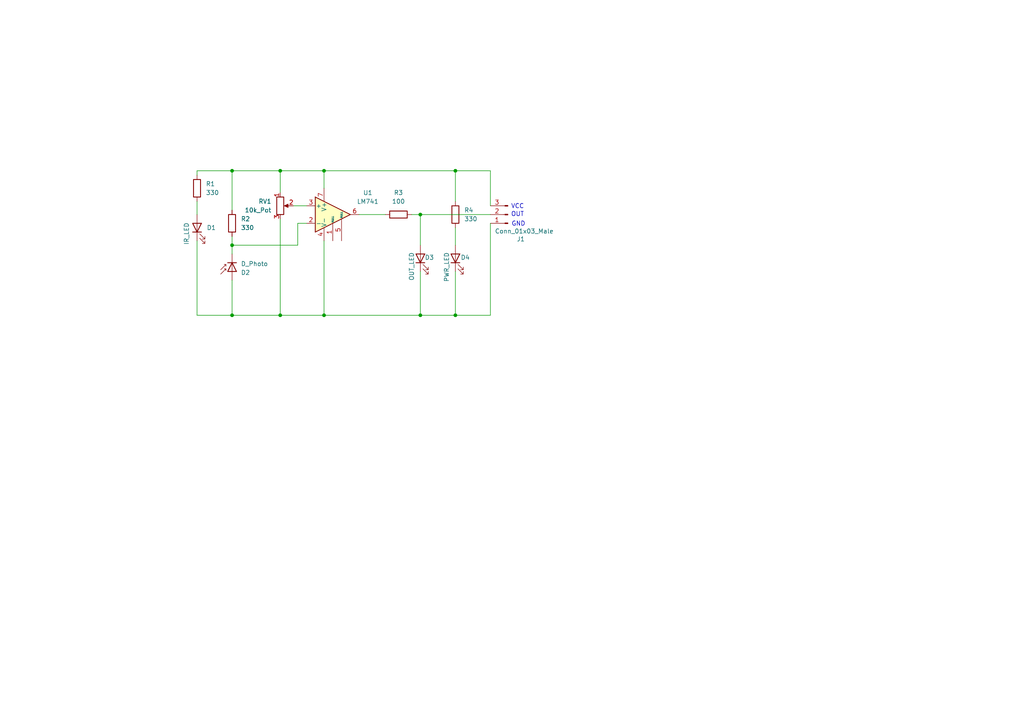
<source format=kicad_sch>
(kicad_sch
	(version 20231120)
	(generator "eeschema")
	(generator_version "8.0")
	(uuid "193ffe2d-9588-4110-9350-b043d878ebd3")
	(paper "A4")
	(lib_symbols
		(symbol "Amplifier_Operational:LM741"
			(pin_names
				(offset 0.127)
			)
			(exclude_from_sim no)
			(in_bom yes)
			(on_board yes)
			(property "Reference" "U"
				(at 0 6.35 0)
				(effects
					(font
						(size 1.27 1.27)
					)
					(justify left)
				)
			)
			(property "Value" "LM741"
				(at 0 3.81 0)
				(effects
					(font
						(size 1.27 1.27)
					)
					(justify left)
				)
			)
			(property "Footprint" ""
				(at 1.27 1.27 0)
				(effects
					(font
						(size 1.27 1.27)
					)
					(hide yes)
				)
			)
			(property "Datasheet" "http://www.ti.com/lit/ds/symlink/lm741.pdf"
				(at 3.81 3.81 0)
				(effects
					(font
						(size 1.27 1.27)
					)
					(hide yes)
				)
			)
			(property "Description" "Operational Amplifier, DIP-8/TO-99-8"
				(at 0 0 0)
				(effects
					(font
						(size 1.27 1.27)
					)
					(hide yes)
				)
			)
			(property "ki_keywords" "single opamp"
				(at 0 0 0)
				(effects
					(font
						(size 1.27 1.27)
					)
					(hide yes)
				)
			)
			(property "ki_fp_filters" "SOIC*3.9x4.9mm*P1.27mm* DIP*W7.62mm* TSSOP*3x3mm*P0.65mm*"
				(at 0 0 0)
				(effects
					(font
						(size 1.27 1.27)
					)
					(hide yes)
				)
			)
			(symbol "LM741_0_1"
				(polyline
					(pts
						(xy -5.08 5.08) (xy 5.08 0) (xy -5.08 -5.08) (xy -5.08 5.08)
					)
					(stroke
						(width 0.254)
						(type default)
					)
					(fill
						(type background)
					)
				)
			)
			(symbol "LM741_1_1"
				(pin input line
					(at 0 -7.62 90)
					(length 5.08)
					(name "NULL"
						(effects
							(font
								(size 0.508 0.508)
							)
						)
					)
					(number "1"
						(effects
							(font
								(size 1.27 1.27)
							)
						)
					)
				)
				(pin input line
					(at -7.62 -2.54 0)
					(length 2.54)
					(name "-"
						(effects
							(font
								(size 1.27 1.27)
							)
						)
					)
					(number "2"
						(effects
							(font
								(size 1.27 1.27)
							)
						)
					)
				)
				(pin input line
					(at -7.62 2.54 0)
					(length 2.54)
					(name "+"
						(effects
							(font
								(size 1.27 1.27)
							)
						)
					)
					(number "3"
						(effects
							(font
								(size 1.27 1.27)
							)
						)
					)
				)
				(pin power_in line
					(at -2.54 -7.62 90)
					(length 3.81)
					(name "V-"
						(effects
							(font
								(size 1.27 1.27)
							)
						)
					)
					(number "4"
						(effects
							(font
								(size 1.27 1.27)
							)
						)
					)
				)
				(pin input line
					(at 2.54 -7.62 90)
					(length 6.35)
					(name "NULL"
						(effects
							(font
								(size 0.508 0.508)
							)
						)
					)
					(number "5"
						(effects
							(font
								(size 1.27 1.27)
							)
						)
					)
				)
				(pin output line
					(at 7.62 0 180)
					(length 2.54)
					(name "~"
						(effects
							(font
								(size 1.27 1.27)
							)
						)
					)
					(number "6"
						(effects
							(font
								(size 1.27 1.27)
							)
						)
					)
				)
				(pin power_in line
					(at -2.54 7.62 270)
					(length 3.81)
					(name "V+"
						(effects
							(font
								(size 1.27 1.27)
							)
						)
					)
					(number "7"
						(effects
							(font
								(size 1.27 1.27)
							)
						)
					)
				)
				(pin no_connect line
					(at 0 2.54 270)
					(length 2.54) hide
					(name "NC"
						(effects
							(font
								(size 1.27 1.27)
							)
						)
					)
					(number "8"
						(effects
							(font
								(size 1.27 1.27)
							)
						)
					)
				)
			)
		)
		(symbol "Connector1:Conn_01x03_Pin"
			(pin_names
				(offset 1.016) hide)
			(exclude_from_sim no)
			(in_bom yes)
			(on_board yes)
			(property "Reference" "J"
				(at 0 5.08 0)
				(effects
					(font
						(size 1.27 1.27)
					)
				)
			)
			(property "Value" "Conn_01x03_Pin"
				(at 0 -5.08 0)
				(effects
					(font
						(size 1.27 1.27)
					)
				)
			)
			(property "Footprint" ""
				(at 0 0 0)
				(effects
					(font
						(size 1.27 1.27)
					)
					(hide yes)
				)
			)
			(property "Datasheet" "~"
				(at 0 0 0)
				(effects
					(font
						(size 1.27 1.27)
					)
					(hide yes)
				)
			)
			(property "Description" "Generic connector, single row, 01x03, script generated"
				(at 0 0 0)
				(effects
					(font
						(size 1.27 1.27)
					)
					(hide yes)
				)
			)
			(property "ki_locked" ""
				(at 0 0 0)
				(effects
					(font
						(size 1.27 1.27)
					)
				)
			)
			(property "ki_keywords" "connector"
				(at 0 0 0)
				(effects
					(font
						(size 1.27 1.27)
					)
					(hide yes)
				)
			)
			(property "ki_fp_filters" "Connector*:*_1x??_*"
				(at 0 0 0)
				(effects
					(font
						(size 1.27 1.27)
					)
					(hide yes)
				)
			)
			(symbol "Conn_01x03_Pin_1_1"
				(polyline
					(pts
						(xy 1.27 -2.54) (xy 0.8636 -2.54)
					)
					(stroke
						(width 0.1524)
						(type default)
					)
					(fill
						(type none)
					)
				)
				(polyline
					(pts
						(xy 1.27 0) (xy 0.8636 0)
					)
					(stroke
						(width 0.1524)
						(type default)
					)
					(fill
						(type none)
					)
				)
				(polyline
					(pts
						(xy 1.27 2.54) (xy 0.8636 2.54)
					)
					(stroke
						(width 0.1524)
						(type default)
					)
					(fill
						(type none)
					)
				)
				(rectangle
					(start 0.8636 -2.413)
					(end 0 -2.667)
					(stroke
						(width 0.1524)
						(type default)
					)
					(fill
						(type outline)
					)
				)
				(rectangle
					(start 0.8636 0.127)
					(end 0 -0.127)
					(stroke
						(width 0.1524)
						(type default)
					)
					(fill
						(type outline)
					)
				)
				(rectangle
					(start 0.8636 2.667)
					(end 0 2.413)
					(stroke
						(width 0.1524)
						(type default)
					)
					(fill
						(type outline)
					)
				)
				(pin passive line
					(at 5.08 2.54 180)
					(length 3.81)
					(name "Pin_1"
						(effects
							(font
								(size 1.27 1.27)
							)
						)
					)
					(number "1"
						(effects
							(font
								(size 1.27 1.27)
							)
						)
					)
				)
				(pin passive line
					(at 5.08 0 180)
					(length 3.81)
					(name "Pin_2"
						(effects
							(font
								(size 1.27 1.27)
							)
						)
					)
					(number "2"
						(effects
							(font
								(size 1.27 1.27)
							)
						)
					)
				)
				(pin passive line
					(at 5.08 -2.54 180)
					(length 3.81)
					(name "Pin_3"
						(effects
							(font
								(size 1.27 1.27)
							)
						)
					)
					(number "3"
						(effects
							(font
								(size 1.27 1.27)
							)
						)
					)
				)
			)
		)
		(symbol "Device:D_Photo"
			(pin_numbers hide)
			(pin_names hide)
			(exclude_from_sim no)
			(in_bom yes)
			(on_board yes)
			(property "Reference" "D"
				(at 0.508 1.778 0)
				(effects
					(font
						(size 1.27 1.27)
					)
					(justify left)
				)
			)
			(property "Value" "D_Photo"
				(at -1.016 -2.794 0)
				(effects
					(font
						(size 1.27 1.27)
					)
				)
			)
			(property "Footprint" ""
				(at -1.27 0 0)
				(effects
					(font
						(size 1.27 1.27)
					)
					(hide yes)
				)
			)
			(property "Datasheet" "~"
				(at -1.27 0 0)
				(effects
					(font
						(size 1.27 1.27)
					)
					(hide yes)
				)
			)
			(property "Description" "Photodiode"
				(at 0 0 0)
				(effects
					(font
						(size 1.27 1.27)
					)
					(hide yes)
				)
			)
			(property "ki_keywords" "photodiode diode opto"
				(at 0 0 0)
				(effects
					(font
						(size 1.27 1.27)
					)
					(hide yes)
				)
			)
			(symbol "D_Photo_0_1"
				(polyline
					(pts
						(xy -2.54 1.27) (xy -2.54 -1.27)
					)
					(stroke
						(width 0.254)
						(type default)
					)
					(fill
						(type none)
					)
				)
				(polyline
					(pts
						(xy -2.032 1.778) (xy -1.524 1.778)
					)
					(stroke
						(width 0)
						(type default)
					)
					(fill
						(type none)
					)
				)
				(polyline
					(pts
						(xy 0 0) (xy -2.54 0)
					)
					(stroke
						(width 0)
						(type default)
					)
					(fill
						(type none)
					)
				)
				(polyline
					(pts
						(xy -0.508 3.302) (xy -2.032 1.778) (xy -2.032 2.286)
					)
					(stroke
						(width 0)
						(type default)
					)
					(fill
						(type none)
					)
				)
				(polyline
					(pts
						(xy 0 -1.27) (xy 0 1.27) (xy -2.54 0) (xy 0 -1.27)
					)
					(stroke
						(width 0.254)
						(type default)
					)
					(fill
						(type none)
					)
				)
				(polyline
					(pts
						(xy 0.762 3.302) (xy -0.762 1.778) (xy -0.762 2.286) (xy -0.762 1.778) (xy -0.254 1.778)
					)
					(stroke
						(width 0)
						(type default)
					)
					(fill
						(type none)
					)
				)
			)
			(symbol "D_Photo_1_1"
				(pin passive line
					(at -5.08 0 0)
					(length 2.54)
					(name "K"
						(effects
							(font
								(size 1.27 1.27)
							)
						)
					)
					(number "1"
						(effects
							(font
								(size 1.27 1.27)
							)
						)
					)
				)
				(pin passive line
					(at 2.54 0 180)
					(length 2.54)
					(name "A"
						(effects
							(font
								(size 1.27 1.27)
							)
						)
					)
					(number "2"
						(effects
							(font
								(size 1.27 1.27)
							)
						)
					)
				)
			)
		)
		(symbol "Device:LED"
			(pin_numbers hide)
			(pin_names
				(offset 1.016) hide)
			(exclude_from_sim no)
			(in_bom yes)
			(on_board yes)
			(property "Reference" "D"
				(at 0 2.54 0)
				(effects
					(font
						(size 1.27 1.27)
					)
				)
			)
			(property "Value" "LED"
				(at 0 -2.54 0)
				(effects
					(font
						(size 1.27 1.27)
					)
				)
			)
			(property "Footprint" ""
				(at 0 0 0)
				(effects
					(font
						(size 1.27 1.27)
					)
					(hide yes)
				)
			)
			(property "Datasheet" "~"
				(at 0 0 0)
				(effects
					(font
						(size 1.27 1.27)
					)
					(hide yes)
				)
			)
			(property "Description" "Light emitting diode"
				(at 0 0 0)
				(effects
					(font
						(size 1.27 1.27)
					)
					(hide yes)
				)
			)
			(property "ki_keywords" "LED diode"
				(at 0 0 0)
				(effects
					(font
						(size 1.27 1.27)
					)
					(hide yes)
				)
			)
			(property "ki_fp_filters" "LED* LED_SMD:* LED_THT:*"
				(at 0 0 0)
				(effects
					(font
						(size 1.27 1.27)
					)
					(hide yes)
				)
			)
			(symbol "LED_0_1"
				(polyline
					(pts
						(xy -1.27 -1.27) (xy -1.27 1.27)
					)
					(stroke
						(width 0.254)
						(type default)
					)
					(fill
						(type none)
					)
				)
				(polyline
					(pts
						(xy -1.27 0) (xy 1.27 0)
					)
					(stroke
						(width 0)
						(type default)
					)
					(fill
						(type none)
					)
				)
				(polyline
					(pts
						(xy 1.27 -1.27) (xy 1.27 1.27) (xy -1.27 0) (xy 1.27 -1.27)
					)
					(stroke
						(width 0.254)
						(type default)
					)
					(fill
						(type none)
					)
				)
				(polyline
					(pts
						(xy -3.048 -0.762) (xy -4.572 -2.286) (xy -3.81 -2.286) (xy -4.572 -2.286) (xy -4.572 -1.524)
					)
					(stroke
						(width 0)
						(type default)
					)
					(fill
						(type none)
					)
				)
				(polyline
					(pts
						(xy -1.778 -0.762) (xy -3.302 -2.286) (xy -2.54 -2.286) (xy -3.302 -2.286) (xy -3.302 -1.524)
					)
					(stroke
						(width 0)
						(type default)
					)
					(fill
						(type none)
					)
				)
			)
			(symbol "LED_1_1"
				(pin passive line
					(at -3.81 0 0)
					(length 2.54)
					(name "K"
						(effects
							(font
								(size 1.27 1.27)
							)
						)
					)
					(number "1"
						(effects
							(font
								(size 1.27 1.27)
							)
						)
					)
				)
				(pin passive line
					(at 3.81 0 180)
					(length 2.54)
					(name "A"
						(effects
							(font
								(size 1.27 1.27)
							)
						)
					)
					(number "2"
						(effects
							(font
								(size 1.27 1.27)
							)
						)
					)
				)
			)
		)
		(symbol "Device:R"
			(pin_numbers hide)
			(pin_names
				(offset 0)
			)
			(exclude_from_sim no)
			(in_bom yes)
			(on_board yes)
			(property "Reference" "R"
				(at 2.032 0 90)
				(effects
					(font
						(size 1.27 1.27)
					)
				)
			)
			(property "Value" "R"
				(at 0 0 90)
				(effects
					(font
						(size 1.27 1.27)
					)
				)
			)
			(property "Footprint" ""
				(at -1.778 0 90)
				(effects
					(font
						(size 1.27 1.27)
					)
					(hide yes)
				)
			)
			(property "Datasheet" "~"
				(at 0 0 0)
				(effects
					(font
						(size 1.27 1.27)
					)
					(hide yes)
				)
			)
			(property "Description" "Resistor"
				(at 0 0 0)
				(effects
					(font
						(size 1.27 1.27)
					)
					(hide yes)
				)
			)
			(property "ki_keywords" "R res resistor"
				(at 0 0 0)
				(effects
					(font
						(size 1.27 1.27)
					)
					(hide yes)
				)
			)
			(property "ki_fp_filters" "R_*"
				(at 0 0 0)
				(effects
					(font
						(size 1.27 1.27)
					)
					(hide yes)
				)
			)
			(symbol "R_0_1"
				(rectangle
					(start -1.016 -2.54)
					(end 1.016 2.54)
					(stroke
						(width 0.254)
						(type default)
					)
					(fill
						(type none)
					)
				)
			)
			(symbol "R_1_1"
				(pin passive line
					(at 0 3.81 270)
					(length 1.27)
					(name "~"
						(effects
							(font
								(size 1.27 1.27)
							)
						)
					)
					(number "1"
						(effects
							(font
								(size 1.27 1.27)
							)
						)
					)
				)
				(pin passive line
					(at 0 -3.81 90)
					(length 1.27)
					(name "~"
						(effects
							(font
								(size 1.27 1.27)
							)
						)
					)
					(number "2"
						(effects
							(font
								(size 1.27 1.27)
							)
						)
					)
				)
			)
		)
		(symbol "Device:R_Potentiometer"
			(pin_names
				(offset 1.016) hide)
			(exclude_from_sim no)
			(in_bom yes)
			(on_board yes)
			(property "Reference" "RV"
				(at -4.445 0 90)
				(effects
					(font
						(size 1.27 1.27)
					)
				)
			)
			(property "Value" "R_Potentiometer"
				(at -2.54 0 90)
				(effects
					(font
						(size 1.27 1.27)
					)
				)
			)
			(property "Footprint" ""
				(at 0 0 0)
				(effects
					(font
						(size 1.27 1.27)
					)
					(hide yes)
				)
			)
			(property "Datasheet" "~"
				(at 0 0 0)
				(effects
					(font
						(size 1.27 1.27)
					)
					(hide yes)
				)
			)
			(property "Description" "Potentiometer"
				(at 0 0 0)
				(effects
					(font
						(size 1.27 1.27)
					)
					(hide yes)
				)
			)
			(property "ki_keywords" "resistor variable"
				(at 0 0 0)
				(effects
					(font
						(size 1.27 1.27)
					)
					(hide yes)
				)
			)
			(property "ki_fp_filters" "Potentiometer*"
				(at 0 0 0)
				(effects
					(font
						(size 1.27 1.27)
					)
					(hide yes)
				)
			)
			(symbol "R_Potentiometer_0_1"
				(polyline
					(pts
						(xy 2.54 0) (xy 1.524 0)
					)
					(stroke
						(width 0)
						(type default)
					)
					(fill
						(type none)
					)
				)
				(polyline
					(pts
						(xy 1.143 0) (xy 2.286 0.508) (xy 2.286 -0.508) (xy 1.143 0)
					)
					(stroke
						(width 0)
						(type default)
					)
					(fill
						(type outline)
					)
				)
				(rectangle
					(start 1.016 2.54)
					(end -1.016 -2.54)
					(stroke
						(width 0.254)
						(type default)
					)
					(fill
						(type none)
					)
				)
			)
			(symbol "R_Potentiometer_1_1"
				(pin passive line
					(at 0 3.81 270)
					(length 1.27)
					(name "1"
						(effects
							(font
								(size 1.27 1.27)
							)
						)
					)
					(number "1"
						(effects
							(font
								(size 1.27 1.27)
							)
						)
					)
				)
				(pin passive line
					(at 3.81 0 180)
					(length 1.27)
					(name "2"
						(effects
							(font
								(size 1.27 1.27)
							)
						)
					)
					(number "2"
						(effects
							(font
								(size 1.27 1.27)
							)
						)
					)
				)
				(pin passive line
					(at 0 -3.81 90)
					(length 1.27)
					(name "3"
						(effects
							(font
								(size 1.27 1.27)
							)
						)
					)
					(number "3"
						(effects
							(font
								(size 1.27 1.27)
							)
						)
					)
				)
			)
		)
	)
	(junction
		(at 93.98 91.44)
		(diameter 0)
		(color 0 0 0 0)
		(uuid "1154a6c6-e2b9-435c-80da-cf0e1737198b")
	)
	(junction
		(at 132.08 49.53)
		(diameter 0)
		(color 0 0 0 0)
		(uuid "1e9effea-ba22-485f-bcfe-66b608295a5b")
	)
	(junction
		(at 121.92 91.44)
		(diameter 0)
		(color 0 0 0 0)
		(uuid "23dfc9d2-aa8c-48a4-a0a4-eb1664b38e1d")
	)
	(junction
		(at 67.31 91.44)
		(diameter 0)
		(color 0 0 0 0)
		(uuid "2aacfa4a-1cb6-4de3-90a5-c0b243e72a5a")
	)
	(junction
		(at 121.92 62.23)
		(diameter 0)
		(color 0 0 0 0)
		(uuid "507104d4-f368-4907-b022-c59a943bac58")
	)
	(junction
		(at 67.31 71.12)
		(diameter 0)
		(color 0 0 0 0)
		(uuid "7d0374c1-1f93-456a-b719-8c0842572dbf")
	)
	(junction
		(at 132.08 91.44)
		(diameter 0)
		(color 0 0 0 0)
		(uuid "8fa255b2-5de3-4710-a9c5-1c4a1a4a9854")
	)
	(junction
		(at 81.28 49.53)
		(diameter 0)
		(color 0 0 0 0)
		(uuid "90373b51-577d-464c-99ce-75ff46ca0f13")
	)
	(junction
		(at 67.31 49.53)
		(diameter 0)
		(color 0 0 0 0)
		(uuid "a39df473-bbb0-42de-b236-31f316777149")
	)
	(junction
		(at 93.98 49.53)
		(diameter 0)
		(color 0 0 0 0)
		(uuid "d2a9a06e-9185-470c-8f4f-8d9c2e6dc6ac")
	)
	(junction
		(at 81.28 91.44)
		(diameter 0)
		(color 0 0 0 0)
		(uuid "f41d0bd3-13ef-4ac3-98c5-bc91377eb6d4")
	)
	(wire
		(pts
			(xy 93.98 91.44) (xy 121.92 91.44)
		)
		(stroke
			(width 0)
			(type default)
		)
		(uuid "03f7444e-e3dd-45c8-9a77-ea0c82db8936")
	)
	(wire
		(pts
			(xy 81.28 49.53) (xy 81.28 55.88)
		)
		(stroke
			(width 0)
			(type default)
		)
		(uuid "0df84507-9458-4dc9-a4ec-c9ac5f179439")
	)
	(wire
		(pts
			(xy 67.31 68.58) (xy 67.31 71.12)
		)
		(stroke
			(width 0)
			(type default)
		)
		(uuid "10728cf1-2148-4cb4-abb8-541c672674b9")
	)
	(wire
		(pts
			(xy 121.92 91.44) (xy 132.08 91.44)
		)
		(stroke
			(width 0)
			(type default)
		)
		(uuid "1a987993-3812-4ede-98ff-e6d0243200eb")
	)
	(wire
		(pts
			(xy 104.14 62.23) (xy 111.76 62.23)
		)
		(stroke
			(width 0)
			(type default)
		)
		(uuid "20d3c090-c0a3-4609-9d10-419f418c4cec")
	)
	(wire
		(pts
			(xy 57.15 49.53) (xy 67.31 49.53)
		)
		(stroke
			(width 0)
			(type default)
		)
		(uuid "35f21bcf-d17c-4a65-a5ad-ca29bca69224")
	)
	(wire
		(pts
			(xy 132.08 49.53) (xy 142.24 49.53)
		)
		(stroke
			(width 0)
			(type default)
		)
		(uuid "3a1f8ac4-e0b8-4613-beff-bab5df65e7c2")
	)
	(wire
		(pts
			(xy 93.98 49.53) (xy 93.98 54.61)
		)
		(stroke
			(width 0)
			(type default)
		)
		(uuid "41f7e879-52c1-4e91-9f1a-e044034cefde")
	)
	(wire
		(pts
			(xy 132.08 91.44) (xy 142.24 91.44)
		)
		(stroke
			(width 0)
			(type default)
		)
		(uuid "455eb402-e569-40cc-bb17-d80a28c46837")
	)
	(wire
		(pts
			(xy 86.36 64.77) (xy 86.36 71.12)
		)
		(stroke
			(width 0)
			(type default)
		)
		(uuid "45c9941e-3ea0-424a-8b29-b12338ce8d06")
	)
	(wire
		(pts
			(xy 132.08 49.53) (xy 132.08 58.42)
		)
		(stroke
			(width 0)
			(type default)
		)
		(uuid "560b2c28-fe0b-4a8b-b147-c969941dea17")
	)
	(wire
		(pts
			(xy 57.15 50.8) (xy 57.15 49.53)
		)
		(stroke
			(width 0)
			(type default)
		)
		(uuid "5712485f-e285-4130-ab1b-a7357e7ec093")
	)
	(wire
		(pts
			(xy 119.38 62.23) (xy 121.92 62.23)
		)
		(stroke
			(width 0)
			(type default)
		)
		(uuid "5d124895-384b-42cb-a55d-8def6ebaeee4")
	)
	(wire
		(pts
			(xy 67.31 49.53) (xy 81.28 49.53)
		)
		(stroke
			(width 0)
			(type default)
		)
		(uuid "6b257511-1021-477d-b1c5-d808fc61191b")
	)
	(wire
		(pts
			(xy 88.9 64.77) (xy 86.36 64.77)
		)
		(stroke
			(width 0)
			(type default)
		)
		(uuid "8509f6bd-85f0-42ea-adb4-f525d6196ed6")
	)
	(wire
		(pts
			(xy 81.28 49.53) (xy 93.98 49.53)
		)
		(stroke
			(width 0)
			(type default)
		)
		(uuid "8ca9ab35-0dcd-4112-9bc6-171912fd6f05")
	)
	(wire
		(pts
			(xy 67.31 71.12) (xy 67.31 73.66)
		)
		(stroke
			(width 0)
			(type default)
		)
		(uuid "8fe8e067-3361-421d-b7cd-88db2650d48f")
	)
	(wire
		(pts
			(xy 67.31 81.28) (xy 67.31 91.44)
		)
		(stroke
			(width 0)
			(type default)
		)
		(uuid "9ce0647a-2df4-473f-beb6-37cb10c75da3")
	)
	(wire
		(pts
			(xy 93.98 49.53) (xy 132.08 49.53)
		)
		(stroke
			(width 0)
			(type default)
		)
		(uuid "9d3aa5a3-a1d7-4416-88ef-7d9829345aa7")
	)
	(wire
		(pts
			(xy 121.92 78.74) (xy 121.92 91.44)
		)
		(stroke
			(width 0)
			(type default)
		)
		(uuid "a21fd8bc-0e5b-4486-9e0a-4e0d640c1874")
	)
	(wire
		(pts
			(xy 132.08 78.74) (xy 132.08 91.44)
		)
		(stroke
			(width 0)
			(type default)
		)
		(uuid "a6cc0e4b-e091-468f-b8c4-0da08da537ac")
	)
	(wire
		(pts
			(xy 132.08 66.04) (xy 132.08 71.12)
		)
		(stroke
			(width 0)
			(type default)
		)
		(uuid "a70f5bc2-9e75-4a38-aedb-b1b3c3a504b4")
	)
	(wire
		(pts
			(xy 142.24 49.53) (xy 142.24 59.69)
		)
		(stroke
			(width 0)
			(type default)
		)
		(uuid "a7864d2a-1c38-42bf-8e01-83a4495b0899")
	)
	(wire
		(pts
			(xy 121.92 62.23) (xy 121.92 71.12)
		)
		(stroke
			(width 0)
			(type default)
		)
		(uuid "a95f50af-70f5-4d9d-98ab-dfde29a103a6")
	)
	(wire
		(pts
			(xy 81.28 91.44) (xy 93.98 91.44)
		)
		(stroke
			(width 0)
			(type default)
		)
		(uuid "ab7c0d06-7245-4040-898e-b2b57d15b20b")
	)
	(wire
		(pts
			(xy 57.15 69.85) (xy 57.15 91.44)
		)
		(stroke
			(width 0)
			(type default)
		)
		(uuid "b45b6daf-bc8d-4ce0-bdb2-e5561709c061")
	)
	(wire
		(pts
			(xy 57.15 91.44) (xy 67.31 91.44)
		)
		(stroke
			(width 0)
			(type default)
		)
		(uuid "b598238a-db57-412a-b704-78911eeb1ce2")
	)
	(wire
		(pts
			(xy 85.09 59.69) (xy 88.9 59.69)
		)
		(stroke
			(width 0)
			(type default)
		)
		(uuid "c0efd421-c424-4242-9d25-7478a36bbbb2")
	)
	(wire
		(pts
			(xy 86.36 71.12) (xy 67.31 71.12)
		)
		(stroke
			(width 0)
			(type default)
		)
		(uuid "c2ec2fff-a401-4ca5-8209-6dcc38340786")
	)
	(wire
		(pts
			(xy 121.92 62.23) (xy 142.24 62.23)
		)
		(stroke
			(width 0)
			(type default)
		)
		(uuid "d977ccca-7f7e-48fa-a8d1-e5e30c90e149")
	)
	(wire
		(pts
			(xy 67.31 49.53) (xy 67.31 60.96)
		)
		(stroke
			(width 0)
			(type default)
		)
		(uuid "e6bf490a-baba-49ef-b62a-fa311b22dabb")
	)
	(wire
		(pts
			(xy 81.28 63.5) (xy 81.28 91.44)
		)
		(stroke
			(width 0)
			(type default)
		)
		(uuid "f267a227-d111-4a08-a7bf-20d9da5ef4ae")
	)
	(wire
		(pts
			(xy 57.15 58.42) (xy 57.15 62.23)
		)
		(stroke
			(width 0)
			(type default)
		)
		(uuid "fadda549-6f0d-4080-82cb-c86747682211")
	)
	(wire
		(pts
			(xy 93.98 69.85) (xy 93.98 91.44)
		)
		(stroke
			(width 0)
			(type default)
		)
		(uuid "fbede840-057f-4473-a546-3ba30653ac23")
	)
	(wire
		(pts
			(xy 67.31 91.44) (xy 81.28 91.44)
		)
		(stroke
			(width 0)
			(type default)
		)
		(uuid "fc9aa172-bb3f-409e-a7a6-776e98559d81")
	)
	(wire
		(pts
			(xy 142.24 91.44) (xy 142.24 64.77)
		)
		(stroke
			(width 0)
			(type default)
		)
		(uuid "fd0070f5-fd84-4e03-9f46-7891f4025d24")
	)
	(text "OUT\n"
		(exclude_from_sim no)
		(at 150.114 62.23 0)
		(effects
			(font
				(size 1.27 1.27)
			)
		)
		(uuid "7c5b0e6a-5734-4e54-b3c2-fa785181ab6c")
	)
	(text "VCC"
		(exclude_from_sim no)
		(at 150.114 59.944 0)
		(effects
			(font
				(size 1.27 1.27)
			)
		)
		(uuid "adfd6a70-f85e-4d48-bb58-8e286a4c8610")
	)
	(text "GND"
		(exclude_from_sim no)
		(at 150.368 65.024 0)
		(effects
			(font
				(size 1.27 1.27)
			)
		)
		(uuid "bb0fa4c6-19c8-4271-b255-a7b55bdd2703")
	)
	(symbol
		(lib_id "Amplifier_Operational:LM741")
		(at 96.52 62.23 0)
		(unit 1)
		(exclude_from_sim no)
		(in_bom yes)
		(on_board yes)
		(dnp no)
		(fields_autoplaced yes)
		(uuid "180ab9af-79f0-4f73-8307-a5217779fd11")
		(property "Reference" "U1"
			(at 106.68 55.9114 0)
			(effects
				(font
					(size 1.27 1.27)
				)
			)
		)
		(property "Value" "LM741"
			(at 106.68 58.4514 0)
			(effects
				(font
					(size 1.27 1.27)
				)
			)
		)
		(property "Footprint" "Package_SO:SOIC-8_3.9x4.9mm_P1.27mm"
			(at 97.79 60.96 0)
			(effects
				(font
					(size 1.27 1.27)
				)
				(hide yes)
			)
		)
		(property "Datasheet" "http://www.ti.com/lit/ds/symlink/lm741.pdf"
			(at 100.33 58.42 0)
			(effects
				(font
					(size 1.27 1.27)
				)
				(hide yes)
			)
		)
		(property "Description" "Operational Amplifier, DIP-8/TO-99-8"
			(at 96.52 62.23 0)
			(effects
				(font
					(size 1.27 1.27)
				)
				(hide yes)
			)
		)
		(pin "4"
			(uuid "45c3501b-3e97-4d8b-89be-e5d80d711aef")
		)
		(pin "6"
			(uuid "111a8ebf-0564-45cc-828b-4e1bf6203ce7")
		)
		(pin "2"
			(uuid "d6cf78b1-fe68-409e-9b3b-1cda0f6511e3")
		)
		(pin "5"
			(uuid "2999c784-5798-4317-a5c1-416f3e51d5c7")
		)
		(pin "7"
			(uuid "67239809-c621-4728-89dc-ef05d702d13a")
		)
		(pin "1"
			(uuid "82448b5d-e79d-42d3-bc47-5f408f4bd157")
		)
		(pin "3"
			(uuid "98d91d62-6da9-4d59-be63-2a174e153568")
		)
		(pin "8"
			(uuid "303e703e-8eba-4105-bdf9-45adafc99740")
		)
		(instances
			(project "IR Sensor"
				(path "/193ffe2d-9588-4110-9350-b043d878ebd3"
					(reference "U1")
					(unit 1)
				)
			)
		)
	)
	(symbol
		(lib_id "Device:LED")
		(at 132.08 74.93 90)
		(unit 1)
		(exclude_from_sim no)
		(in_bom yes)
		(on_board yes)
		(dnp no)
		(uuid "3ee1ecbc-a045-4271-9c7d-fec9dac8f4cb")
		(property "Reference" "D4"
			(at 133.604 74.676 90)
			(effects
				(font
					(size 1.27 1.27)
				)
				(justify right)
			)
		)
		(property "Value" "PWR_LED"
			(at 129.54 73.152 0)
			(effects
				(font
					(size 1.27 1.27)
				)
				(justify right)
			)
		)
		(property "Footprint" "LED_SMD:LED_0805_2012Metric_Pad1.15x1.40mm_HandSolder"
			(at 132.08 74.93 0)
			(effects
				(font
					(size 1.27 1.27)
				)
				(hide yes)
			)
		)
		(property "Datasheet" "~"
			(at 132.08 74.93 0)
			(effects
				(font
					(size 1.27 1.27)
				)
				(hide yes)
			)
		)
		(property "Description" "Light emitting diode"
			(at 132.08 74.93 0)
			(effects
				(font
					(size 1.27 1.27)
				)
				(hide yes)
			)
		)
		(pin "2"
			(uuid "f4b74732-86a3-4117-abc1-33f728e562c9")
		)
		(pin "1"
			(uuid "84ab8035-fa25-41a2-b716-5152a80f0594")
		)
		(instances
			(project "IR Sensor"
				(path "/193ffe2d-9588-4110-9350-b043d878ebd3"
					(reference "D4")
					(unit 1)
				)
			)
		)
	)
	(symbol
		(lib_id "Device:LED")
		(at 57.15 66.04 90)
		(unit 1)
		(exclude_from_sim no)
		(in_bom yes)
		(on_board yes)
		(dnp no)
		(uuid "44eeb385-c95a-4641-a359-fb14a24a7738")
		(property "Reference" "D1"
			(at 59.944 66.04 90)
			(effects
				(font
					(size 1.27 1.27)
				)
				(justify right)
			)
		)
		(property "Value" "IR_LED"
			(at 54.102 64.516 0)
			(effects
				(font
					(size 1.27 1.27)
				)
				(justify right)
			)
		)
		(property "Footprint" "LED_THT:LED_D5.0mm_Horizontal_O1.27mm_Z3.0mm"
			(at 57.15 66.04 0)
			(effects
				(font
					(size 1.27 1.27)
				)
				(hide yes)
			)
		)
		(property "Datasheet" "~"
			(at 57.15 66.04 0)
			(effects
				(font
					(size 1.27 1.27)
				)
				(hide yes)
			)
		)
		(property "Description" "Light emitting diode"
			(at 57.15 66.04 0)
			(effects
				(font
					(size 1.27 1.27)
				)
				(hide yes)
			)
		)
		(pin "2"
			(uuid "23a7f8f5-8bac-457a-a39b-f14c53c7631a")
		)
		(pin "1"
			(uuid "d5066901-4c24-4de8-ba83-2168ce402b0c")
		)
		(instances
			(project "IR Sensor"
				(path "/193ffe2d-9588-4110-9350-b043d878ebd3"
					(reference "D1")
					(unit 1)
				)
			)
		)
	)
	(symbol
		(lib_id "Device:D_Photo")
		(at 67.31 78.74 90)
		(mirror x)
		(unit 1)
		(exclude_from_sim no)
		(in_bom yes)
		(on_board yes)
		(dnp no)
		(uuid "45ce713a-ceab-404b-8ffe-e31506ff497a")
		(property "Reference" "D2"
			(at 69.85 79.0576 90)
			(effects
				(font
					(size 1.27 1.27)
				)
				(justify right)
			)
		)
		(property "Value" "D_Photo"
			(at 69.85 76.5176 90)
			(effects
				(font
					(size 1.27 1.27)
				)
				(justify right)
			)
		)
		(property "Footprint" "LED_THT:LED_D5.0mm_Horizontal_O1.27mm_Z3.0mm"
			(at 67.31 77.47 0)
			(effects
				(font
					(size 1.27 1.27)
				)
				(hide yes)
			)
		)
		(property "Datasheet" "~"
			(at 67.31 77.47 0)
			(effects
				(font
					(size 1.27 1.27)
				)
				(hide yes)
			)
		)
		(property "Description" "Photodiode"
			(at 67.31 78.74 0)
			(effects
				(font
					(size 1.27 1.27)
				)
				(hide yes)
			)
		)
		(pin "1"
			(uuid "9d3445fd-b0a3-45ad-b44c-1d4eb91bb669")
		)
		(pin "2"
			(uuid "33207540-f2c9-4572-9f2c-94ae9b26ee96")
		)
		(instances
			(project "IR Sensor"
				(path "/193ffe2d-9588-4110-9350-b043d878ebd3"
					(reference "D2")
					(unit 1)
				)
			)
		)
	)
	(symbol
		(lib_id "Device:R")
		(at 57.15 54.61 0)
		(unit 1)
		(exclude_from_sim no)
		(in_bom yes)
		(on_board yes)
		(dnp no)
		(fields_autoplaced yes)
		(uuid "5b034c42-e1af-4616-95c1-64dc9f7ec920")
		(property "Reference" "R1"
			(at 59.69 53.3399 0)
			(effects
				(font
					(size 1.27 1.27)
				)
				(justify left)
			)
		)
		(property "Value" "330"
			(at 59.69 55.8799 0)
			(effects
				(font
					(size 1.27 1.27)
				)
				(justify left)
			)
		)
		(property "Footprint" "Resistor_SMD:R_0805_2012Metric"
			(at 55.372 54.61 90)
			(effects
				(font
					(size 1.27 1.27)
				)
				(hide yes)
			)
		)
		(property "Datasheet" "~"
			(at 57.15 54.61 0)
			(effects
				(font
					(size 1.27 1.27)
				)
				(hide yes)
			)
		)
		(property "Description" "Resistor"
			(at 57.15 54.61 0)
			(effects
				(font
					(size 1.27 1.27)
				)
				(hide yes)
			)
		)
		(pin "1"
			(uuid "fcf26a5b-8e90-4072-af61-6bbd504872df")
		)
		(pin "2"
			(uuid "fa676275-d6fc-4fba-ade2-828394ad309b")
		)
		(instances
			(project "IR Sensor"
				(path "/193ffe2d-9588-4110-9350-b043d878ebd3"
					(reference "R1")
					(unit 1)
				)
			)
		)
	)
	(symbol
		(lib_id "Device:R")
		(at 67.31 64.77 0)
		(unit 1)
		(exclude_from_sim no)
		(in_bom yes)
		(on_board yes)
		(dnp no)
		(fields_autoplaced yes)
		(uuid "7950ff74-bb9e-42f3-9a43-3d71d6b356dc")
		(property "Reference" "R2"
			(at 69.85 63.4999 0)
			(effects
				(font
					(size 1.27 1.27)
				)
				(justify left)
			)
		)
		(property "Value" "330"
			(at 69.85 66.0399 0)
			(effects
				(font
					(size 1.27 1.27)
				)
				(justify left)
			)
		)
		(property "Footprint" "Resistor_SMD:R_0805_2012Metric"
			(at 65.532 64.77 90)
			(effects
				(font
					(size 1.27 1.27)
				)
				(hide yes)
			)
		)
		(property "Datasheet" "~"
			(at 67.31 64.77 0)
			(effects
				(font
					(size 1.27 1.27)
				)
				(hide yes)
			)
		)
		(property "Description" "Resistor"
			(at 67.31 64.77 0)
			(effects
				(font
					(size 1.27 1.27)
				)
				(hide yes)
			)
		)
		(pin "1"
			(uuid "d519fe6e-a4d7-4b74-9e3f-9c8f288dc9a1")
		)
		(pin "2"
			(uuid "0913e8a2-006d-4f62-bae0-f67fa61ab1ae")
		)
		(instances
			(project "IR Sensor"
				(path "/193ffe2d-9588-4110-9350-b043d878ebd3"
					(reference "R2")
					(unit 1)
				)
			)
		)
	)
	(symbol
		(lib_id "Device:LED")
		(at 121.92 74.93 90)
		(unit 1)
		(exclude_from_sim no)
		(in_bom yes)
		(on_board yes)
		(dnp no)
		(uuid "940386fb-f279-4031-b825-e7be9d1612b2")
		(property "Reference" "D3"
			(at 123.19 74.676 90)
			(effects
				(font
					(size 1.27 1.27)
				)
				(justify right)
			)
		)
		(property "Value" "OUT_LED"
			(at 119.38 73.152 0)
			(effects
				(font
					(size 1.27 1.27)
				)
				(justify right)
			)
		)
		(property "Footprint" "LED_SMD:LED_0805_2012Metric_Pad1.15x1.40mm_HandSolder"
			(at 121.92 74.93 0)
			(effects
				(font
					(size 1.27 1.27)
				)
				(hide yes)
			)
		)
		(property "Datasheet" "~"
			(at 121.92 74.93 0)
			(effects
				(font
					(size 1.27 1.27)
				)
				(hide yes)
			)
		)
		(property "Description" "Light emitting diode"
			(at 121.92 74.93 0)
			(effects
				(font
					(size 1.27 1.27)
				)
				(hide yes)
			)
		)
		(pin "2"
			(uuid "fdfb494b-97e7-4a4f-bbc8-436e08df9c15")
		)
		(pin "1"
			(uuid "c69fc9ee-4602-42cf-8f0b-aa0ec37fd0d9")
		)
		(instances
			(project "IR Sensor"
				(path "/193ffe2d-9588-4110-9350-b043d878ebd3"
					(reference "D3")
					(unit 1)
				)
			)
		)
	)
	(symbol
		(lib_id "Device:R")
		(at 132.08 62.23 180)
		(unit 1)
		(exclude_from_sim no)
		(in_bom yes)
		(on_board yes)
		(dnp no)
		(fields_autoplaced yes)
		(uuid "97825b86-8ce8-42da-ba57-724d05b1f1b1")
		(property "Reference" "R4"
			(at 134.62 60.9599 0)
			(effects
				(font
					(size 1.27 1.27)
				)
				(justify right)
			)
		)
		(property "Value" "330"
			(at 134.62 63.4999 0)
			(effects
				(font
					(size 1.27 1.27)
				)
				(justify right)
			)
		)
		(property "Footprint" "Resistor_SMD:R_0805_2012Metric"
			(at 133.858 62.23 90)
			(effects
				(font
					(size 1.27 1.27)
				)
				(hide yes)
			)
		)
		(property "Datasheet" "~"
			(at 132.08 62.23 0)
			(effects
				(font
					(size 1.27 1.27)
				)
				(hide yes)
			)
		)
		(property "Description" "Resistor"
			(at 132.08 62.23 0)
			(effects
				(font
					(size 1.27 1.27)
				)
				(hide yes)
			)
		)
		(pin "1"
			(uuid "dea74b59-43ea-4d0d-a7a4-444c907d1574")
		)
		(pin "2"
			(uuid "270481c0-f5ee-4da5-92ad-ad509364fd28")
		)
		(instances
			(project "IR Sensor"
				(path "/193ffe2d-9588-4110-9350-b043d878ebd3"
					(reference "R4")
					(unit 1)
				)
			)
		)
	)
	(symbol
		(lib_id "Connector1:Conn_01x03_Pin")
		(at 147.32 62.23 180)
		(unit 1)
		(exclude_from_sim no)
		(in_bom yes)
		(on_board yes)
		(dnp no)
		(uuid "ac5da49d-3437-4be9-9fbe-393f15b4ff8a")
		(property "Reference" "J1"
			(at 149.86 69.342 0)
			(effects
				(font
					(size 1.27 1.27)
				)
				(justify right)
			)
		)
		(property "Value" "Conn_01x03_Male"
			(at 143.51 67.056 0)
			(effects
				(font
					(size 1.27 1.27)
				)
				(justify right)
			)
		)
		(property "Footprint" "Connector_PinHeader_2.54mm:PinHeader_1x03_P2.54mm_Horizontal"
			(at 147.32 62.23 0)
			(effects
				(font
					(size 1.27 1.27)
				)
				(hide yes)
			)
		)
		(property "Datasheet" "~"
			(at 147.32 62.23 0)
			(effects
				(font
					(size 1.27 1.27)
				)
				(hide yes)
			)
		)
		(property "Description" "Generic connector, single row, 01x03, script generated"
			(at 147.32 62.23 0)
			(effects
				(font
					(size 1.27 1.27)
				)
				(hide yes)
			)
		)
		(pin "1"
			(uuid "80c5f4b0-ee02-46a0-8b91-307746702442")
		)
		(pin "2"
			(uuid "e2bba710-da85-4bbf-bde1-22818413f4cd")
		)
		(pin "3"
			(uuid "92406b5e-3149-4167-ae6e-0f1f122a4c9f")
		)
		(instances
			(project "IR Sensor"
				(path "/193ffe2d-9588-4110-9350-b043d878ebd3"
					(reference "J1")
					(unit 1)
				)
			)
		)
	)
	(symbol
		(lib_id "Device:R_Potentiometer")
		(at 81.28 59.69 0)
		(unit 1)
		(exclude_from_sim no)
		(in_bom yes)
		(on_board yes)
		(dnp no)
		(fields_autoplaced yes)
		(uuid "d8489d8a-594d-457a-8036-29635fd46849")
		(property "Reference" "RV1"
			(at 78.74 58.4199 0)
			(effects
				(font
					(size 1.27 1.27)
				)
				(justify right)
			)
		)
		(property "Value" "10k_Pot"
			(at 78.74 60.9599 0)
			(effects
				(font
					(size 1.27 1.27)
				)
				(justify right)
			)
		)
		(property "Footprint" "Potentiometer_THT:Potentiometer_ACP_CA9-V10_Vertical_Hole"
			(at 81.28 59.69 0)
			(effects
				(font
					(size 1.27 1.27)
				)
				(hide yes)
			)
		)
		(property "Datasheet" "~"
			(at 81.28 59.69 0)
			(effects
				(font
					(size 1.27 1.27)
				)
				(hide yes)
			)
		)
		(property "Description" "Potentiometer"
			(at 81.28 59.69 0)
			(effects
				(font
					(size 1.27 1.27)
				)
				(hide yes)
			)
		)
		(pin "3"
			(uuid "e6265625-5ade-4935-a7d9-41526a317472")
		)
		(pin "2"
			(uuid "fc56f11e-974a-4415-bb0c-f8f3c16d08e1")
		)
		(pin "1"
			(uuid "2360096a-a8c8-47f6-a722-b799fffe739f")
		)
		(instances
			(project "IR Sensor"
				(path "/193ffe2d-9588-4110-9350-b043d878ebd3"
					(reference "RV1")
					(unit 1)
				)
			)
		)
	)
	(symbol
		(lib_id "Device:R")
		(at 115.57 62.23 90)
		(unit 1)
		(exclude_from_sim no)
		(in_bom yes)
		(on_board yes)
		(dnp no)
		(fields_autoplaced yes)
		(uuid "e6a0b899-8656-4a3d-9cd6-d946513d09c4")
		(property "Reference" "R3"
			(at 115.57 55.88 90)
			(effects
				(font
					(size 1.27 1.27)
				)
			)
		)
		(property "Value" "100"
			(at 115.57 58.42 90)
			(effects
				(font
					(size 1.27 1.27)
				)
			)
		)
		(property "Footprint" "Resistor_SMD:R_0805_2012Metric"
			(at 115.57 64.008 90)
			(effects
				(font
					(size 1.27 1.27)
				)
				(hide yes)
			)
		)
		(property "Datasheet" "~"
			(at 115.57 62.23 0)
			(effects
				(font
					(size 1.27 1.27)
				)
				(hide yes)
			)
		)
		(property "Description" "Resistor"
			(at 115.57 62.23 0)
			(effects
				(font
					(size 1.27 1.27)
				)
				(hide yes)
			)
		)
		(pin "1"
			(uuid "4dafe022-03ae-4459-b1f9-29523cae6f53")
		)
		(pin "2"
			(uuid "6e672b7e-eb6d-48a7-8c02-62d22eddf779")
		)
		(instances
			(project "IR Sensor"
				(path "/193ffe2d-9588-4110-9350-b043d878ebd3"
					(reference "R3")
					(unit 1)
				)
			)
		)
	)
	(sheet_instances
		(path "/"
			(page "1")
		)
	)
)
</source>
